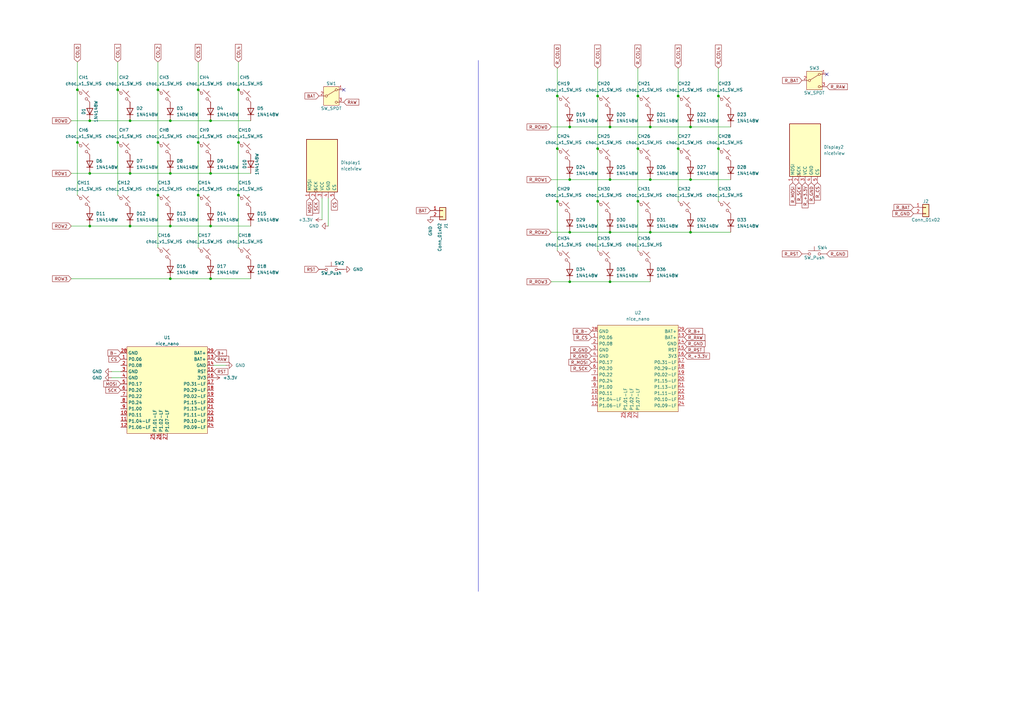
<source format=kicad_sch>
(kicad_sch (version 20250114) (generator "eeschema") (generator_version "9.0")
  (paper "A3")
  (junction (at 261.62 39.37))
  (junction (at 245.11 82.55))
  (junction (at 81.28 80.01))
  (junction (at 228.6 39.37))
  (junction (at 278.13 60.96))
  (junction (at 294.64 39.37))
  (junction (at 261.62 60.96))
  (junction (at 53.34 92.71))
  (junction (at 81.28 58.42))
  (junction (at 97.79 58.42))
  (junction (at 283.21 73.66))
  (junction (at 261.62 82.55))
  (junction (at 36.83 49.53))
  (junction (at 233.68 52.07))
  (junction (at 250.19 95.25))
  (junction (at 233.68 95.25))
  (junction (at 266.7 73.66))
  (junction (at 53.34 71.12))
  (junction (at 81.28 36.83))
  (junction (at 69.85 114.3))
  (junction (at 69.85 92.71))
  (junction (at 266.7 52.07))
  (junction (at 64.77 80.01))
  (junction (at 97.79 36.83))
  (junction (at 283.21 95.25))
  (junction (at 36.83 92.71))
  (junction (at 97.79 80.01))
  (junction (at 86.36 114.3))
  (junction (at 228.6 82.55))
  (junction (at 266.7 95.25))
  (junction (at 48.26 58.42))
  (junction (at 245.11 60.96))
  (junction (at 69.85 71.12))
  (junction (at 36.83 71.12))
  (junction (at 233.68 115.57))
  (junction (at 283.21 52.07))
  (junction (at 245.11 39.37))
  (junction (at 250.19 52.07))
  (junction (at 233.68 73.66))
  (junction (at 31.75 58.42))
  (junction (at 64.77 36.83))
  (junction (at 64.77 58.42))
  (junction (at 48.26 36.83))
  (junction (at 250.19 73.66))
  (junction (at 31.75 36.83))
  (junction (at 250.19 115.57))
  (junction (at 53.34 49.53))
  (junction (at 86.36 49.53))
  (junction (at 69.85 49.53))
  (junction (at 278.13 39.37))
  (junction (at 294.64 60.96))
  (junction (at 86.36 71.12))
  (junction (at 228.6 60.96))
  (junction (at 86.36 92.71))
  (no_connect (at 339.09 30.48))
  (no_connect (at 140.97 36.83))
  (wire (pts (xy 97.79 36.83) (xy 97.79 58.42)))
  (wire (pts (xy 283.21 52.07) (xy 299.72 52.07)))
  (wire (pts (xy 29.21 49.53) (xy 36.83 49.53)))
  (wire (pts (xy 294.64 27.94) (xy 294.64 39.37)))
  (wire (pts (xy 294.64 39.37) (xy 294.64 60.96)))
  (wire (pts (xy 278.13 27.94) (xy 278.13 39.37)))
  (wire (pts (xy 69.85 114.3) (xy 86.36 114.3)))
  (wire (pts (xy 64.77 36.83) (xy 64.77 58.42)))
  (wire (pts (xy 92.71 149.86) (xy 87.63 149.86)))
  (wire (pts (xy 250.19 52.07) (xy 266.7 52.07)))
  (wire (pts (xy 31.75 36.83) (xy 31.75 58.42)))
  (wire (pts (xy 86.36 92.71) (xy 102.87 92.71)))
  (wire (pts (xy 81.28 25.4) (xy 81.28 36.83)))
  (wire (pts (xy 283.21 73.66) (xy 299.72 73.66)))
  (wire (pts (xy 261.62 60.96) (xy 261.62 82.55)))
  (wire (pts (xy 261.62 39.37) (xy 261.62 60.96)))
  (wire (pts (xy 97.79 80.01) (xy 97.79 101.6)))
  (wire (pts (xy 64.77 80.01) (xy 64.77 101.6)))
  (wire (pts (xy 48.26 58.42) (xy 48.26 80.01)))
  (wire (pts (xy 81.28 80.01) (xy 81.28 101.6)))
  (wire (pts (xy 250.19 115.57) (xy 266.7 115.57)))
  (wire (pts (xy 29.21 114.3) (xy 69.85 114.3)))
  (wire (pts (xy 233.68 73.66) (xy 250.19 73.66)))
  (wire (pts (xy 36.83 92.71) (xy 53.34 92.71)))
  (wire (pts (xy 233.68 52.07) (xy 250.19 52.07)))
  (wire (pts (xy 278.13 60.96) (xy 278.13 82.55)))
  (wire (pts (xy 29.21 92.71) (xy 36.83 92.71)))
  (wire (pts (xy 132.08 90.17) (xy 132.08 81.28)))
  (wire (pts (xy 48.26 25.4) (xy 48.26 36.83)))
  (wire (pts (xy 266.7 73.66) (xy 283.21 73.66)))
  (wire (pts (xy 53.34 49.53) (xy 69.85 49.53)))
  (wire (pts (xy 245.11 27.94) (xy 245.11 39.37)))
  (wire (pts (xy 36.83 49.53) (xy 53.34 49.53)))
  (wire (pts (xy 250.19 73.66) (xy 266.7 73.66)))
  (wire (pts (xy 294.64 60.96) (xy 294.64 82.55)))
  (wire (pts (xy 266.7 95.25) (xy 283.21 95.25)))
  (wire (pts (xy 228.6 102.87) (xy 228.6 82.55)))
  (wire (pts (xy 226.06 95.25) (xy 233.68 95.25)))
  (wire (pts (xy 86.36 71.12) (xy 102.87 71.12)))
  (wire (pts (xy 228.6 60.96) (xy 228.6 82.55)))
  (wire (pts (xy 134.62 92.71) (xy 134.62 81.28)))
  (wire (pts (xy 245.11 39.37) (xy 245.11 60.96)))
  (wire (pts (xy 36.83 71.12) (xy 53.34 71.12)))
  (wire (pts (xy 278.13 39.37) (xy 278.13 60.96)))
  (wire (pts (xy 97.79 25.4) (xy 97.79 36.83)))
  (wire (pts (xy 86.36 114.3) (xy 102.87 114.3)))
  (wire (pts (xy 81.28 36.83) (xy 81.28 58.42)))
  (wire (pts (xy 266.7 52.07) (xy 283.21 52.07)))
  (wire (pts (xy 283.21 95.25) (xy 299.72 95.25)))
  (wire (pts (xy 245.11 102.87) (xy 245.11 82.55)))
  (wire (pts (xy 69.85 49.53) (xy 86.36 49.53)))
  (wire (pts (xy 228.6 39.37) (xy 228.6 60.96)))
  (wire (pts (xy 250.19 95.25) (xy 266.7 95.25)))
  (wire (pts (xy 226.06 52.07) (xy 233.68 52.07)))
  (wire (pts (xy 226.06 73.66) (xy 233.68 73.66)))
  (polyline (pts (xy 196.215 242.57) (xy 196.215 24.765)))
  (wire (pts (xy 81.28 58.42) (xy 81.28 80.01)))
  (wire (pts (xy 64.77 25.4) (xy 64.77 36.83)))
  (wire (pts (xy 69.85 71.12) (xy 86.36 71.12)))
  (wire (pts (xy 226.06 115.57) (xy 233.68 115.57)))
  (wire (pts (xy 69.85 92.71) (xy 86.36 92.71)))
  (wire (pts (xy 64.77 58.42) (xy 64.77 80.01)))
  (wire (pts (xy 31.75 58.42) (xy 31.75 80.01)))
  (wire (pts (xy 45.72 154.94) (xy 49.53 154.94)))
  (wire (pts (xy 53.34 71.12) (xy 69.85 71.12)))
  (wire (pts (xy 86.36 49.53) (xy 102.87 49.53)))
  (wire (pts (xy 261.62 27.94) (xy 261.62 39.37)))
  (wire (pts (xy 31.75 25.4) (xy 31.75 36.83)))
  (wire (pts (xy 245.11 60.96) (xy 245.11 82.55)))
  (wire (pts (xy 261.62 102.87) (xy 261.62 82.55)))
  (wire (pts (xy 53.34 92.71) (xy 69.85 92.71)))
  (wire (pts (xy 233.68 95.25) (xy 250.19 95.25)))
  (wire (pts (xy 97.79 58.42) (xy 97.79 80.01)))
  (wire (pts (xy 45.72 152.4) (xy 49.53 152.4)))
  (wire (pts (xy 48.26 36.83) (xy 48.26 58.42)))
  (wire (pts (xy 228.6 27.94) (xy 228.6 39.37)))
  (wire (pts (xy 29.21 71.12) (xy 36.83 71.12)))
  (wire (pts (xy 233.68 115.57) (xy 250.19 115.57)))
  (global_label "R_COL2" (shape input) (at 261.62 27.94 90) (property "Intersheetrefs" "${INTERSHEET_REFS}" (effects (hide yes))))
  (global_label "B-" (shape input) (at 49.53 144.78 180) (property "Intersheetrefs" "${INTERSHEET_REFS}" (effects (hide yes))))
  (global_label "R_RST" (shape input) (at 328.93 104.14 180) (property "Intersheetrefs" "${INTERSHEET_REFS}" (effects (hide yes))))
  (global_label "MOSI" (shape input) (at 127 81.28 270) (property "Intersheetrefs" "${INTERSHEET_REFS}" (effects (hide yes))))
  (global_label "R_RST" (shape input) (at 280.67 143.51 0) (property "Intersheetrefs" "${INTERSHEET_REFS}" (effects (hide yes))))
  (global_label "ROW0" (shape input) (at 29.21 49.53 180) (property "Intersheetrefs" "${INTERSHEET_REFS}" (effects (hide yes))))
  (global_label "R_CS" (shape input) (at 242.57 138.43 180) (property "Intersheetrefs" "${INTERSHEET_REFS}" (effects (hide yes))))
  (global_label "CS" (shape input) (at 49.53 147.32 180) (property "Intersheetrefs" "${INTERSHEET_REFS}" (effects (hide yes))))
  (global_label "RST" (shape input) (at 87.63 152.4 0) (property "Intersheetrefs" "${INTERSHEET_REFS}" (effects (hide yes))))
  (global_label "R_GND" (shape input) (at 280.67 140.97 0) (property "Intersheetrefs" "${INTERSHEET_REFS}" (effects (hide yes))))
  (global_label "R_ROW0" (shape input) (at 226.06 52.07 180) (property "Intersheetrefs" "${INTERSHEET_REFS}" (effects (hide yes))))
  (global_label "R_GND" (shape input) (at 339.09 104.14 0) (property "Intersheetrefs" "${INTERSHEET_REFS}" (effects (hide yes))))
  (global_label "R_GND" (shape input) (at 242.57 143.51 180) (property "Intersheetrefs" "${INTERSHEET_REFS}" (effects (hide yes))))
  (global_label "R_MOSI" (shape input) (at 325.12 74.93 270) (property "Intersheetrefs" "${INTERSHEET_REFS}" (effects (hide yes))))
  (global_label "R_B+" (shape input) (at 280.67 135.89 0) (property "Intersheetrefs" "${INTERSHEET_REFS}" (effects (hide yes))))
  (global_label "R_RAW" (shape input) (at 339.09 35.56 0) (property "Intersheetrefs" "${INTERSHEET_REFS}" (effects (hide yes))))
  (global_label "R_COL1" (shape input) (at 245.11 27.94 90) (property "Intersheetrefs" "${INTERSHEET_REFS}" (effects (hide yes))))
  (global_label "SCK" (shape input) (at 129.54 81.28 270) (property "Intersheetrefs" "${INTERSHEET_REFS}" (effects (hide yes))))
  (global_label "R_COL0" (shape input) (at 228.6 27.94 90) (property "Intersheetrefs" "${INTERSHEET_REFS}" (effects (hide yes))))
  (global_label "ROW2" (shape input) (at 29.21 92.71 180) (property "Intersheetrefs" "${INTERSHEET_REFS}" (effects (hide yes))))
  (global_label "R_GND" (shape input) (at 242.57 146.05 180) (property "Intersheetrefs" "${INTERSHEET_REFS}" (effects (hide yes))))
  (global_label "R_ROW1" (shape input) (at 226.06 73.66 180) (property "Intersheetrefs" "${INTERSHEET_REFS}" (effects (hide yes))))
  (global_label "COL4" (shape input) (at 97.79 25.4 90) (property "Intersheetrefs" "${INTERSHEET_REFS}" (effects (hide yes))))
  (global_label "BAT" (shape input) (at 176.53 86.36 180) (property "Intersheetrefs" "${INTERSHEET_REFS}" (effects (hide yes))))
  (global_label "B+" (shape input) (at 87.63 144.78 0) (property "Intersheetrefs" "${INTERSHEET_REFS}" (effects (hide yes))))
  (global_label "ROW1" (shape input) (at 29.21 71.12 180) (property "Intersheetrefs" "${INTERSHEET_REFS}" (effects (hide yes))))
  (global_label "RAW" (shape input) (at 87.63 147.32 0) (property "Intersheetrefs" "${INTERSHEET_REFS}" (effects (hide yes))))
  (global_label "RAW" (shape input) (at 140.97 41.91 0) (property "Intersheetrefs" "${INTERSHEET_REFS}" (effects (hide yes))))
  (global_label "R_COL4" (shape input) (at 294.64 27.94 90) (property "Intersheetrefs" "${INTERSHEET_REFS}" (effects (hide yes))))
  (global_label "COL1" (shape input) (at 48.26 25.4 90) (property "Intersheetrefs" "${INTERSHEET_REFS}" (effects (hide yes))))
  (global_label "CS" (shape input) (at 137.16 81.28 270) (property "Intersheetrefs" "${INTERSHEET_REFS}" (effects (hide yes))))
  (global_label "R_GND" (shape input) (at 332.74 74.93 270) (property "Intersheetrefs" "${INTERSHEET_REFS}" (effects (hide yes))))
  (global_label "R_MOSI" (shape input) (at 242.57 148.59 180) (property "Intersheetrefs" "${INTERSHEET_REFS}" (effects (hide yes))))
  (global_label "COL3" (shape input) (at 81.28 25.4 90) (property "Intersheetrefs" "${INTERSHEET_REFS}" (effects (hide yes))))
  (global_label "R_BAT" (shape input) (at 328.93 33.02 180) (property "Intersheetrefs" "${INTERSHEET_REFS}" (effects (hide yes))))
  (global_label "COL0" (shape input) (at 31.75 25.4 90) (property "Intersheetrefs" "${INTERSHEET_REFS}" (effects (hide yes))))
  (global_label "R_+3.3V" (shape input) (at 330.2 74.93 270) (property "Intersheetrefs" "${INTERSHEET_REFS}" (effects (hide yes))))
  (global_label "ROW3" (shape input) (at 29.21 114.3 180) (property "Intersheetrefs" "${INTERSHEET_REFS}" (effects (hide yes))))
  (global_label "R_SCK" (shape input) (at 242.57 151.13 180) (property "Intersheetrefs" "${INTERSHEET_REFS}" (effects (hide yes))))
  (global_label "MOSI" (shape input) (at 49.53 157.48 180) (property "Intersheetrefs" "${INTERSHEET_REFS}" (effects (hide yes))))
  (global_label "R_CS" (shape input) (at 335.28 74.93 270) (property "Intersheetrefs" "${INTERSHEET_REFS}" (effects (hide yes))))
  (global_label "R_+3.3V" (shape input) (at 280.67 146.05 0) (property "Intersheetrefs" "${INTERSHEET_REFS}" (effects (hide yes))))
  (global_label "BAT" (shape input) (at 130.81 39.37 180) (property "Intersheetrefs" "${INTERSHEET_REFS}" (effects (hide yes))))
  (global_label "COL2" (shape input) (at 64.77 25.4 90) (property "Intersheetrefs" "${INTERSHEET_REFS}" (effects (hide yes))))
  (global_label "R_ROW2" (shape input) (at 226.06 95.25 180) (property "Intersheetrefs" "${INTERSHEET_REFS}" (effects (hide yes))))
  (global_label "SCK" (shape input) (at 49.53 160.02 180) (property "Intersheetrefs" "${INTERSHEET_REFS}" (effects (hide yes))))
  (global_label "R_ROW3" (shape input) (at 226.06 115.57 180) (property "Intersheetrefs" "${INTERSHEET_REFS}" (effects (hide yes))))
  (global_label "R_GND" (shape input) (at 374.65 87.63 180) (property "Intersheetrefs" "${INTERSHEET_REFS}" (effects (hide yes))))
  (global_label "RST" (shape input) (at 130.81 110.49 180) (property "Intersheetrefs" "${INTERSHEET_REFS}" (effects (hide yes))))
  (global_label "R_B-" (shape input) (at 242.57 135.89 180) (property "Intersheetrefs" "${INTERSHEET_REFS}" (effects (hide yes))))
  (global_label "R_SCK" (shape input) (at 327.66 74.93 270) (property "Intersheetrefs" "${INTERSHEET_REFS}" (effects (hide yes))))
  (global_label "R_BAT" (shape input) (at 374.65 85.09 180) (property "Intersheetrefs" "${INTERSHEET_REFS}" (effects (hide yes))))
  (global_label "R_COL3" (shape input) (at 278.13 27.94 90) (property "Intersheetrefs" "${INTERSHEET_REFS}" (effects (hide yes))))
  (global_label "R_RAW" (shape input) (at 280.67 138.43 0) (property "Intersheetrefs" "${INTERSHEET_REFS}" (effects (hide yes))))
  (symbol (lib_id "Diode:1N4148W") (at 233.68 69.85 90) (unit 1)
    (property "Reference" "D24" (at 236.22 68.5799 90) (effects (justify right)))
    (property "Value" "1N4148W" (at 236.22 71.1199 90) (effects (justify right)))
    (property "Footprint" "Diode_SMD:D_SOD-123" (effects (hide yes)))
    (property "Datasheet" "https://www.vishay.com/docs/85748/1n4148w.pdf" (effects (hide yes)))
    (property "Description" "75V 0.15A Fast Switching Diode, SOD-123" (effects (hide yes)))
    (property "Sim.Device" "D" (effects (hide yes)))
    (property "Sim.Pins" "1=K 2=A" (effects (hide yes)))
  )
  (symbol (lib_id "Diode:1N4148W") (at 53.34 45.72 90) (unit 1)
    (property "Reference" "D2" (at 55.88 44.4499 90) (effects (justify right)))
    (property "Value" "1N4148W" (at 55.88 46.9899 90) (effects (justify right)))
    (property "Footprint" "Diode_SMD:D_SOD-123" (effects (hide yes)))
    (property "Datasheet" "https://www.vishay.com/docs/85748/1n4148w.pdf" (effects (hide yes)))
    (property "Description" "75V 0.15A Fast Switching Diode, SOD-123" (effects (hide yes)))
    (property "Sim.Device" "D" (effects (hide yes)))
    (property "Sim.Pins" "1=K 2=A" (effects (hide yes)))
  )
  (symbol (lib_id "Switch:SW_Push") (at 334.01 104.14 0) (unit 1)
    (property "Reference" "SW4" (at 335.28 101.6 0) (effects (justify left)))
    (property "Value" "SW_Push" (at 334.01 105.664 0))
    (property "Footprint" "Button_Switch_SMD:SW_SPST_TL3305A" (effects (hide yes)))
    (property "Description" "Push button switch, generic, two pins" (effects (hide yes)))
  )
  (symbol (lib_id "Diode:1N4148W") (at 250.19 91.44 90) (unit 1)
    (property "Reference" "D30" (at 252.73 90.1699 90) (effects (justify right)))
    (property "Value" "1N4148W" (at 252.73 92.7099 90) (effects (justify right)))
    (property "Footprint" "Diode_SMD:D_SOD-123" (effects (hide yes)))
    (property "Datasheet" "https://www.vishay.com/docs/85748/1n4148w.pdf" (effects (hide yes)))
    (property "Description" "75V 0.15A Fast Switching Diode, SOD-123" (effects (hide yes)))
    (property "Sim.Device" "D" (effects (hide yes)))
    (property "Sim.Pins" "1=K 2=A" (effects (hide yes)))
  )
  (symbol (lib_id "PCM_marbastlib-choc:choc_v1_SW_HS_CPG135001S30") (at 100.33 104.14 0) (unit 1)
    (property "Reference" "CH18" (at 100.33 96.52 0))
    (property "Value" "choc_v1_SW_HS" (at 100.33 99.06 0))
    (property "Footprint" "PCM_marbastlib-choc:SW_choc_v1_HS_CPG135001S30_1u" (effects (hide yes)))
    (property "Description" "Push button switch, normally open, two pins, 45° tilted" (effects (hide yes)))
  )
  (symbol (lib_id "PCM_marbastlib-choc:choc_v1_SW_HS_CPG135001S30") (at 247.65 105.41 0) (unit 1)
    (property "Reference" "CH35" (at 247.65 97.79 0))
    (property "Value" "choc_v1_SW_HS" (at 247.65 100.33 0))
    (property "Footprint" "PCM_marbastlib-choc:SW_choc_v1_HS_CPG135001S30_1u" (effects (hide yes)))
    (property "Description" "Push button switch, normally open, two pins, 45° tilted" (effects (hide yes)))
  )
  (symbol (lib_id "power:GND") (at 45.72 152.4 270) (unit 1)
    (property "Reference" "#PWR8" (effects (hide yes)))
    (property "Value" "GND" (at 41.91 152.3999 90) (effects (justify right)))
    (property "Description" "Power symbol creates a global label with name \"GND\" , ground" (effects (hide yes)))
  )
  (symbol (lib_id "power:GND") (at 92.71 149.86 90) (unit 1)
    (property "Reference" "#PWR4" (effects (hide yes)))
    (property "Value" "GND" (at 96.52 149.8599 90) (effects (justify right)))
    (property "Description" "Power symbol creates a global label with name \"GND\" , ground" (effects (hide yes)))
  )
  (symbol (lib_id "PCM_marbastlib-choc:choc_v1_SW_HS_CPG135001S30") (at 50.8 39.37 0) (unit 1)
    (property "Reference" "CH2" (at 50.8 31.75 0))
    (property "Value" "choc_v1_SW_HS" (at 50.8 34.29 0))
    (property "Footprint" "PCM_marbastlib-choc:SW_choc_v1_HS_CPG135001S30_1u" (effects (hide yes)))
    (property "Description" "Push button switch, normally open, two pins, 45° tilted" (effects (hide yes)))
  )
  (symbol (lib_id "Diode:1N4148W") (at 250.19 69.85 90) (unit 1)
    (property "Reference" "D25" (at 252.73 68.5799 90) (effects (justify right)))
    (property "Value" "1N4148W" (at 252.73 71.1199 90) (effects (justify right)))
    (property "Footprint" "Diode_SMD:D_SOD-123" (effects (hide yes)))
    (property "Datasheet" "https://www.vishay.com/docs/85748/1n4148w.pdf" (effects (hide yes)))
    (property "Description" "75V 0.15A Fast Switching Diode, SOD-123" (effects (hide yes)))
    (property "Sim.Device" "D" (effects (hide yes)))
    (property "Sim.Pins" "1=K 2=A" (effects (hide yes)))
  )
  (symbol (lib_id "PCM_marbastlib-choc:choc_v1_SW_HS_CPG135001S30") (at 67.31 82.55 0) (unit 1)
    (property "Reference" "CH13" (at 67.31 74.93 0))
    (property "Value" "choc_v1_SW_HS" (at 67.31 77.47 0))
    (property "Footprint" "PCM_marbastlib-choc:SW_choc_v1_HS_CPG135001S30_1u" (effects (hide yes)))
    (property "Description" "Push button switch, normally open, two pins, 45° tilted" (effects (hide yes)))
  )
  (symbol (lib_id "PCM_marbastlib-choc:choc_v1_SW_HS_CPG135001S30") (at 50.8 60.96 0) (unit 1)
    (property "Reference" "CH7" (at 50.8 53.34 0))
    (property "Value" "choc_v1_SW_HS" (at 50.8 55.88 0))
    (property "Footprint" "PCM_marbastlib-choc:SW_choc_v1_HS_CPG135001S30_1u" (effects (hide yes)))
    (property "Description" "Push button switch, normally open, two pins, 45° tilted" (effects (hide yes)))
  )
  (symbol (lib_id "power:GND") (at 134.62 92.71 270) (unit 1)
    (property "Reference" "#PWR5" (effects (hide yes)))
    (property "Value" "GND" (at 130.81 92.7099 90) (effects (justify right)))
    (property "Description" "Power symbol creates a global label with name \"GND\" , ground" (effects (hide yes)))
  )
  (symbol (lib_id "PCM_marbastlib-choc:choc_v1_SW_HS_CPG135001S30") (at 280.67 41.91 0) (unit 1)
    (property "Reference" "CH22" (at 280.67 34.29 0))
    (property "Value" "choc_v1_SW_HS" (at 280.67 36.83 0))
    (property "Footprint" "PCM_marbastlib-choc:SW_choc_v1_HS_CPG135001S30_1u" (effects (hide yes)))
    (property "Description" "Push button switch, normally open, two pins, 45° tilted" (effects (hide yes)))
  )
  (symbol (lib_id "nice_view:nice!view") (at 330.2 62.23 0) (unit 1)
    (property "Reference" "Display2" (at 337.82 60.3249 0) (effects (justify left)))
    (property "Value" "nice!view" (at 337.82 62.8649 0) (effects (justify left)))
    (property "Footprint" "nice_view:nice_view" (effects (hide yes)))
    (property "Datasheet" "https://nicekeyboards.com/docs/nice-view/pinout-schematic" (effects (hide yes)))
    (property "Description" "Sharp LS011B7DH03 Memory in Pixel 160x68" (effects (hide yes)))
  )
  (symbol (lib_id "Diode:1N4148W") (at 250.19 48.26 90) (unit 1)
    (property "Reference" "D20" (at 252.73 46.9899 90) (effects (justify right)))
    (property "Value" "1N4148W" (at 252.73 49.5299 90) (effects (justify right)))
    (property "Footprint" "Diode_SMD:D_SOD-123" (effects (hide yes)))
    (property "Datasheet" "https://www.vishay.com/docs/85748/1n4148w.pdf" (effects (hide yes)))
    (property "Description" "75V 0.15A Fast Switching Diode, SOD-123" (effects (hide yes)))
    (property "Sim.Device" "D" (effects (hide yes)))
    (property "Sim.Pins" "1=K 2=A" (effects (hide yes)))
  )
  (symbol (lib_id "PCM_marbastlib-choc:choc_v1_SW_HS_CPG135001S30") (at 100.33 82.55 0) (unit 1)
    (property "Reference" "CH15" (at 100.33 74.93 0))
    (property "Value" "choc_v1_SW_HS" (at 100.33 77.47 0))
    (property "Footprint" "PCM_marbastlib-choc:SW_choc_v1_HS_CPG135001S30_1u" (effects (hide yes)))
    (property "Description" "Push button switch, normally open, two pins, 45° tilted" (effects (hide yes)))
  )
  (symbol (lib_id "Diode:1N4148W") (at 102.87 67.31 90) (unit 1)
    (property "Reference" "D10" (at 100.33 67.31 0))
    (property "Value" "1N4148W" (at 105.41 67.31 0))
    (property "Footprint" "Diode_SMD:D_SOD-123" (effects (hide yes)))
    (property "Datasheet" "https://www.vishay.com/docs/85748/1n4148w.pdf" (effects (hide yes)))
    (property "Description" "75V 0.15A Fast Switching Diode, SOD-123" (effects (hide yes)))
    (property "Sim.Device" "D" (effects (hide yes)))
    (property "Sim.Pins" "1=K 2=A" (effects (hide yes)))
  )
  (symbol (lib_id "PCM_marbastlib-choc:choc_v1_SW_HS_CPG135001S30") (at 231.14 63.5 0) (unit 1)
    (property "Reference" "CH24" (at 231.14 55.88 0))
    (property "Value" "choc_v1_SW_HS" (at 231.14 58.42 0))
    (property "Footprint" "PCM_marbastlib-choc:SW_choc_v1_HS_CPG135001S30_1u" (effects (hide yes)))
    (property "Description" "Push button switch, normally open, two pins, 45° tilted" (effects (hide yes)))
  )
  (symbol (lib_id "PCM_marbastlib-choc:choc_v1_SW_HS_CPG135001S30") (at 247.65 85.09 0) (unit 1)
    (property "Reference" "CH30" (at 247.65 77.47 0))
    (property "Value" "choc_v1_SW_HS" (at 247.65 80.01 0))
    (property "Footprint" "PCM_marbastlib-choc:SW_choc_v1_HS_CPG135001S30_1u" (effects (hide yes)))
    (property "Description" "Push button switch, normally open, two pins, 45° tilted" (effects (hide yes)))
  )
  (symbol (lib_id "PCM_marbastlib-choc:choc_v1_SW_HS_CPG135001S30") (at 264.16 41.91 0) (unit 1)
    (property "Reference" "CH21" (at 264.16 34.29 0))
    (property "Value" "choc_v1_SW_HS" (at 264.16 36.83 0))
    (property "Footprint" "PCM_marbastlib-choc:SW_choc_v1_HS_CPG135001S30_1u" (effects (hide yes)))
    (property "Description" "Push button switch, normally open, two pins, 45° tilted" (effects (hide yes)))
  )
  (symbol (lib_id "Diode:1N4148W") (at 283.21 91.44 90) (unit 1)
    (property "Reference" "D32" (at 285.75 90.1699 90) (effects (justify right)))
    (property "Value" "1N4148W" (at 285.75 92.7099 90) (effects (justify right)))
    (property "Footprint" "Diode_SMD:D_SOD-123" (effects (hide yes)))
    (property "Datasheet" "https://www.vishay.com/docs/85748/1n4148w.pdf" (effects (hide yes)))
    (property "Description" "75V 0.15A Fast Switching Diode, SOD-123" (effects (hide yes)))
    (property "Sim.Device" "D" (effects (hide yes)))
    (property "Sim.Pins" "1=K 2=A" (effects (hide yes)))
  )
  (symbol (lib_id "PCM_marbastlib-choc:choc_v1_SW_HS_CPG135001S30") (at 100.33 39.37 0) (unit 1)
    (property "Reference" "CH5" (at 100.33 31.75 0))
    (property "Value" "choc_v1_SW_HS" (at 100.33 34.29 0))
    (property "Footprint" "PCM_marbastlib-choc:SW_choc_v1_HS_CPG135001S30_1u" (effects (hide yes)))
    (property "Description" "Push button switch, normally open, two pins, 45° tilted" (effects (hide yes)))
  )
  (symbol (lib_id "PCM_marbastlib-choc:choc_v1_SW_HS_CPG135001S30") (at 297.18 63.5 0) (unit 1)
    (property "Reference" "CH28" (at 297.18 55.88 0))
    (property "Value" "choc_v1_SW_HS" (at 297.18 58.42 0))
    (property "Footprint" "PCM_marbastlib-choc:SW_choc_v1_HS_CPG135001S30_1u" (effects (hide yes)))
    (property "Description" "Push button switch, normally open, two pins, 45° tilted" (effects (hide yes)))
  )
  (symbol (lib_id "PCM_marbastlib-choc:choc_v1_SW_HS_CPG135001S30") (at 247.65 41.91 0) (unit 1)
    (property "Reference" "CH20" (at 247.65 34.29 0))
    (property "Value" "choc_v1_SW_HS" (at 247.65 36.83 0))
    (property "Footprint" "PCM_marbastlib-choc:SW_choc_v1_HS_CPG135001S30_1u" (effects (hide yes)))
    (property "Description" "Push button switch, normally open, two pins, 45° tilted" (effects (hide yes)))
  )
  (symbol (lib_id "PCM_marbastlib-choc:choc_v1_SW_HS_CPG135001S30") (at 264.16 105.41 0) (unit 1)
    (property "Reference" "CH36" (at 264.16 97.79 0))
    (property "Value" "choc_v1_SW_HS" (at 264.16 100.33 0))
    (property "Footprint" "PCM_marbastlib-choc:SW_choc_v1_HS_CPG135001S30_1u" (effects (hide yes)))
    (property "Description" "Push button switch, normally open, two pins, 45° tilted" (effects (hide yes)))
  )
  (symbol (lib_id "PCM_marbastlib-choc:choc_v1_SW_HS_CPG135001S30") (at 231.14 85.09 0) (unit 1)
    (property "Reference" "CH29" (at 231.14 77.47 0))
    (property "Value" "choc_v1_SW_HS" (at 231.14 80.01 0))
    (property "Footprint" "PCM_marbastlib-choc:SW_choc_v1_HS_CPG135001S30_1u" (effects (hide yes)))
    (property "Description" "Push button switch, normally open, two pins, 45° tilted" (effects (hide yes)))
  )
  (symbol (lib_id "PCM_marbastlib-choc:choc_v1_SW_HS_CPG135001S30") (at 280.67 63.5 0) (unit 1)
    (property "Reference" "CH27" (at 280.67 55.88 0))
    (property "Value" "choc_v1_SW_HS" (at 280.67 58.42 0))
    (property "Footprint" "PCM_marbastlib-choc:SW_choc_v1_HS_CPG135001S30_1u" (effects (hide yes)))
    (property "Description" "Push button switch, normally open, two pins, 45° tilted" (effects (hide yes)))
  )
  (symbol (lib_id "Diode:1N4148W") (at 283.21 48.26 90) (unit 1)
    (property "Reference" "D22" (at 285.75 46.9899 90) (effects (justify right)))
    (property "Value" "1N4148W" (at 285.75 49.5299 90) (effects (justify right)))
    (property "Footprint" "Diode_SMD:D_SOD-123" (effects (hide yes)))
    (property "Datasheet" "https://www.vishay.com/docs/85748/1n4148w.pdf" (effects (hide yes)))
    (property "Description" "75V 0.15A Fast Switching Diode, SOD-123" (effects (hide yes)))
    (property "Sim.Device" "D" (effects (hide yes)))
    (property "Sim.Pins" "1=K 2=A" (effects (hide yes)))
  )
  (symbol (lib_id "Diode:1N4148W") (at 299.72 48.26 90) (unit 1)
    (property "Reference" "D23" (at 302.26 46.9899 90) (effects (justify right)))
    (property "Value" "1N4148W" (at 302.26 49.5299 90) (effects (justify right)))
    (property "Footprint" "Diode_SMD:D_SOD-123" (effects (hide yes)))
    (property "Datasheet" "https://www.vishay.com/docs/85748/1n4148w.pdf" (effects (hide yes)))
    (property "Description" "75V 0.15A Fast Switching Diode, SOD-123" (effects (hide yes)))
    (property "Sim.Device" "D" (effects (hide yes)))
    (property "Sim.Pins" "1=K 2=A" (effects (hide yes)))
  )
  (symbol (lib_id "Diode:1N4148W") (at 299.72 91.44 90) (unit 1)
    (property "Reference" "D33" (at 302.26 90.1699 90) (effects (justify right)))
    (property "Value" "1N4148W" (at 302.26 92.7099 90) (effects (justify right)))
    (property "Footprint" "Diode_SMD:D_SOD-123" (effects (hide yes)))
    (property "Datasheet" "https://www.vishay.com/docs/85748/1n4148w.pdf" (effects (hide yes)))
    (property "Description" "75V 0.15A Fast Switching Diode, SOD-123" (effects (hide yes)))
    (property "Sim.Device" "D" (effects (hide yes)))
    (property "Sim.Pins" "1=K 2=A" (effects (hide yes)))
  )
  (symbol (lib_id "Diode:1N4148W") (at 86.36 110.49 90) (unit 1)
    (property "Reference" "D17" (at 88.9 109.2199 90) (effects (justify right)))
    (property "Value" "1N4148W" (at 88.9 111.7599 90) (effects (justify right)))
    (property "Footprint" "Diode_SMD:D_SOD-123" (effects (hide yes)))
    (property "Datasheet" "https://www.vishay.com/docs/85748/1n4148w.pdf" (effects (hide yes)))
    (property "Description" "75V 0.15A Fast Switching Diode, SOD-123" (effects (hide yes)))
    (property "Sim.Device" "D" (effects (hide yes)))
    (property "Sim.Pins" "1=K 2=A" (effects (hide yes)))
  )
  (symbol (lib_id "PCM_marbastlib-choc:choc_v1_SW_HS_CPG135001S30") (at 50.8 82.55 0) (unit 1)
    (property "Reference" "CH12" (at 50.8 74.93 0))
    (property "Value" "choc_v1_SW_HS" (at 50.8 77.47 0))
    (property "Footprint" "PCM_marbastlib-choc:SW_choc_v1_HS_CPG135001S30_1u" (effects (hide yes)))
    (property "Description" "Push button switch, normally open, two pins, 45° tilted" (effects (hide yes)))
  )
  (symbol (lib_id "Diode:1N4148W") (at 102.87 110.49 90) (unit 1)
    (property "Reference" "D18" (at 105.41 109.2199 90) (effects (justify right)))
    (property "Value" "1N4148W" (at 105.41 111.7599 90) (effects (justify right)))
    (property "Footprint" "Diode_SMD:D_SOD-123" (effects (hide yes)))
    (property "Datasheet" "https://www.vishay.com/docs/85748/1n4148w.pdf" (effects (hide yes)))
    (property "Description" "75V 0.15A Fast Switching Diode, SOD-123" (effects (hide yes)))
    (property "Sim.Device" "D" (effects (hide yes)))
    (property "Sim.Pins" "1=K 2=A" (effects (hide yes)))
  )
  (symbol (lib_id "Diode:1N4148W") (at 86.36 88.9 90) (unit 1)
    (property "Reference" "D14" (at 88.9 87.6299 90) (effects (justify right)))
    (property "Value" "1N4148W" (at 88.9 90.1699 90) (effects (justify right)))
    (property "Footprint" "Diode_SMD:D_SOD-123" (effects (hide yes)))
    (property "Datasheet" "https://www.vishay.com/docs/85748/1n4148w.pdf" (effects (hide yes)))
    (property "Description" "75V 0.15A Fast Switching Diode, SOD-123" (effects (hide yes)))
    (property "Sim.Device" "D" (effects (hide yes)))
    (property "Sim.Pins" "1=K 2=A" (effects (hide yes)))
  )
  (symbol (lib_id "Diode:1N4148W") (at 299.72 69.85 90) (unit 1)
    (property "Reference" "D28" (at 302.26 68.5799 90) (effects (justify right)))
    (property "Value" "1N4148W" (at 302.26 71.1199 90) (effects (justify right)))
    (property "Footprint" "Diode_SMD:D_SOD-123" (effects (hide yes)))
    (property "Datasheet" "https://www.vishay.com/docs/85748/1n4148w.pdf" (effects (hide yes)))
    (property "Description" "75V 0.15A Fast Switching Diode, SOD-123" (effects (hide yes)))
    (property "Sim.Device" "D" (effects (hide yes)))
    (property "Sim.Pins" "1=K 2=A" (effects (hide yes)))
  )
  (symbol (lib_id "Diode:1N4148W") (at 69.85 110.49 90) (unit 1)
    (property "Reference" "D16" (at 72.39 109.2199 90) (effects (justify right)))
    (property "Value" "1N4148W" (at 72.39 111.7599 90) (effects (justify right)))
    (property "Footprint" "Diode_SMD:D_SOD-123" (effects (hide yes)))
    (property "Datasheet" "https://www.vishay.com/docs/85748/1n4148w.pdf" (effects (hide yes)))
    (property "Description" "75V 0.15A Fast Switching Diode, SOD-123" (effects (hide yes)))
    (property "Sim.Device" "D" (effects (hide yes)))
    (property "Sim.Pins" "1=K 2=A" (effects (hide yes)))
  )
  (symbol (lib_id "Diode:1N4148W") (at 102.87 88.9 90) (unit 1)
    (property "Reference" "D15" (at 105.41 87.6299 90) (effects (justify right)))
    (property "Value" "1N4148W" (at 105.41 90.1699 90) (effects (justify right)))
    (property "Footprint" "Diode_SMD:D_SOD-123" (effects (hide yes)))
    (property "Datasheet" "https://www.vishay.com/docs/85748/1n4148w.pdf" (effects (hide yes)))
    (property "Description" "75V 0.15A Fast Switching Diode, SOD-123" (effects (hide yes)))
    (property "Sim.Device" "D" (effects (hide yes)))
    (property "Sim.Pins" "1=K 2=A" (effects (hide yes)))
  )
  (symbol (lib_id "PCM_marbastlib-choc:choc_v1_SW_HS_CPG135001S30") (at 34.29 60.96 0) (unit 1)
    (property "Reference" "CH6" (at 34.29 53.34 0))
    (property "Value" "choc_v1_SW_HS" (at 34.29 55.88 0))
    (property "Footprint" "PCM_marbastlib-choc:SW_choc_v1_HS_CPG135001S30_1u" (effects (hide yes)))
    (property "Description" "Push button switch, normally open, two pins, 45° tilted" (effects (hide yes)))
  )
  (symbol (lib_id "Diode:1N4148W") (at 86.36 45.72 90) (unit 1)
    (property "Reference" "D4" (at 88.9 44.4499 90) (effects (justify right)))
    (property "Value" "1N4148W" (at 88.9 46.9899 90) (effects (justify right)))
    (property "Footprint" "Diode_SMD:D_SOD-123" (effects (hide yes)))
    (property "Datasheet" "https://www.vishay.com/docs/85748/1n4148w.pdf" (effects (hide yes)))
    (property "Description" "75V 0.15A Fast Switching Diode, SOD-123" (effects (hide yes)))
    (property "Sim.Device" "D" (effects (hide yes)))
    (property "Sim.Pins" "1=K 2=A" (effects (hide yes)))
  )
  (symbol (lib_id "PCM_marbastlib-choc:choc_v1_SW_HS_CPG135001S30") (at 67.31 60.96 0) (unit 1)
    (property "Reference" "CH8" (at 67.31 53.34 0))
    (property "Value" "choc_v1_SW_HS" (at 67.31 55.88 0))
    (property "Footprint" "PCM_marbastlib-choc:SW_choc_v1_HS_CPG135001S30_1u" (effects (hide yes)))
    (property "Description" "Push button switch, normally open, two pins, 45° tilted" (effects (hide yes)))
  )
  (symbol (lib_id "Diode:1N4148W") (at 283.21 69.85 90) (unit 1)
    (property "Reference" "D27" (at 285.75 68.5799 90) (effects (justify right)))
    (property "Value" "1N4148W" (at 285.75 71.1199 90) (effects (justify right)))
    (property "Footprint" "Diode_SMD:D_SOD-123" (effects (hide yes)))
    (property "Datasheet" "https://www.vishay.com/docs/85748/1n4148w.pdf" (effects (hide yes)))
    (property "Description" "75V 0.15A Fast Switching Diode, SOD-123" (effects (hide yes)))
    (property "Sim.Device" "D" (effects (hide yes)))
    (property "Sim.Pins" "1=K 2=A" (effects (hide yes)))
  )
  (symbol (lib_id "PCM_marbastlib-promicroish:nice_nano") (at 261.62 152.4 0) (unit 1) (in_bom no)
    (property "Reference" "U2" (at 261.62 128.27 0))
    (property "Value" "nice_nano" (at 261.62 130.81 0))
    (property "Footprint" "PCM_marbastlib-xp-promicroish:nice_nano_AH_USBdn" (effects (hide yes)))
    (property "Datasheet" "https://nicekeyboards.com/docs/nice-nano/pinout-schematic" (effects (hide yes)))
    (property "Description" "Symbol for an nicekeyboards nice!nano" (effects (hide yes)))
  )
  (symbol (lib_id "PCM_marbastlib-choc:choc_v1_SW_HS_CPG135001S30") (at 297.18 41.91 0) (unit 1)
    (property "Reference" "CH23" (at 297.18 34.29 0))
    (property "Value" "choc_v1_SW_HS" (at 297.18 36.83 0))
    (property "Footprint" "PCM_marbastlib-choc:SW_choc_v1_HS_CPG135001S30_1u" (effects (hide yes)))
    (property "Description" "Push button switch, normally open, two pins, 45° tilted" (effects (hide yes)))
  )
  (symbol (lib_id "Diode:1N4148W") (at 53.34 88.9 90) (unit 1)
    (property "Reference" "D12" (at 55.88 87.6299 90) (effects (justify right)))
    (property "Value" "1N4148W" (at 55.88 90.1699 90) (effects (justify right)))
    (property "Footprint" "Diode_SMD:D_SOD-123" (effects (hide yes)))
    (property "Datasheet" "https://www.vishay.com/docs/85748/1n4148w.pdf" (effects (hide yes)))
    (property "Description" "75V 0.15A Fast Switching Diode, SOD-123" (effects (hide yes)))
    (property "Sim.Device" "D" (effects (hide yes)))
    (property "Sim.Pins" "1=K 2=A" (effects (hide yes)))
  )
  (symbol (lib_id "power:+3.3V") (at 132.08 90.17 90) (unit 1)
    (property "Reference" "#PWR013" (effects (hide yes)))
    (property "Value" "+3.3V" (at 128.27 90.1699 90) (effects (justify left)))
    (property "Description" "Power symbol creates a global label with name \"+3.3V\"" (effects (hide yes)))
  )
  (symbol (lib_id "PCM_marbastlib-choc:choc_v1_SW_HS_CPG135001S30") (at 34.29 39.37 0) (unit 1)
    (property "Reference" "CH1" (at 34.29 31.75 0))
    (property "Value" "choc_v1_SW_HS" (at 34.29 34.29 0))
    (property "Footprint" "PCM_marbastlib-choc:SW_choc_v1_HS_CPG135001S30_1u" (effects (hide yes)))
    (property "Description" "Push button switch, normally open, two pins, 45° tilted" (effects (hide yes)))
  )
  (symbol (lib_id "PCM_marbastlib-choc:choc_v1_SW_HS_CPG135001S30") (at 264.16 63.5 0) (unit 1)
    (property "Reference" "CH26" (at 264.16 55.88 0))
    (property "Value" "choc_v1_SW_HS" (at 264.16 58.42 0))
    (property "Footprint" "PCM_marbastlib-choc:SW_choc_v1_HS_CPG135001S30_1u" (effects (hide yes)))
    (property "Description" "Push button switch, normally open, two pins, 45° tilted" (effects (hide yes)))
  )
  (symbol (lib_id "Diode:1N4148W") (at 266.7 111.76 90) (unit 1)
    (property "Reference" "D36" (at 269.24 110.4899 90) (effects (justify right)))
    (property "Value" "1N4148W" (at 269.24 113.0299 90) (effects (justify right)))
    (property "Footprint" "Diode_SMD:D_SOD-123" (effects (hide yes)))
    (property "Datasheet" "https://www.vishay.com/docs/85748/1n4148w.pdf" (effects (hide yes)))
    (property "Description" "75V 0.15A Fast Switching Diode, SOD-123" (effects (hide yes)))
    (property "Sim.Device" "D" (effects (hide yes)))
    (property "Sim.Pins" "1=K 2=A" (effects (hide yes)))
  )
  (symbol (lib_id "Switch:SW_SPDT") (at 334.01 33.02 0) (unit 1)
    (property "Reference" "SW3" (at 334.01 27.94 0))
    (property "Value" "SW_SPDT" (at 334.01 38.1 0))
    (property "Footprint" "PCM_marbastlib-various:SW_MSK12C02-HB" (effects (hide yes)))
    (property "Description" "Switch, single pole double throw" (effects (hide yes)))
  )
  (symbol (lib_id "PCM_marbastlib-choc:choc_v1_SW_HS_CPG135001S30") (at 100.33 60.96 0) (unit 1)
    (property "Reference" "CH10" (at 100.33 53.34 0))
    (property "Value" "choc_v1_SW_HS" (at 100.33 55.88 0))
    (property "Footprint" "PCM_marbastlib-choc:SW_choc_v1_HS_CPG135001S30_1u" (effects (hide yes)))
    (property "Description" "Push button switch, normally open, two pins, 45° tilted" (effects (hide yes)))
  )
  (symbol (lib_id "Diode:1N4148W") (at 102.87 45.72 90) (unit 1)
    (property "Reference" "D5" (at 105.41 44.4499 90) (effects (justify right)))
    (property "Value" "1N4148W" (at 105.41 46.9899 90) (effects (justify right)))
    (property "Footprint" "Diode_SMD:D_SOD-123" (effects (hide yes)))
    (property "Datasheet" "https://www.vishay.com/docs/85748/1n4148w.pdf" (effects (hide yes)))
    (property "Description" "75V 0.15A Fast Switching Diode, SOD-123" (effects (hide yes)))
    (property "Sim.Device" "D" (effects (hide yes)))
    (property "Sim.Pins" "1=K 2=A" (effects (hide yes)))
  )
  (symbol (lib_id "PCM_marbastlib-choc:choc_v1_SW_HS_CPG135001S30") (at 83.82 60.96 0) (unit 1)
    (property "Reference" "CH9" (at 83.82 53.34 0))
    (property "Value" "choc_v1_SW_HS" (at 83.82 55.88 0))
    (property "Footprint" "PCM_marbastlib-choc:SW_choc_v1_HS_CPG135001S30_1u" (effects (hide yes)))
    (property "Description" "Push button switch, normally open, two pins, 45° tilted" (effects (hide yes)))
  )
  (symbol (lib_id "Diode:1N4148W") (at 36.83 88.9 90) (unit 1)
    (property "Reference" "D11" (at 39.37 87.6299 90) (effects (justify right)))
    (property "Value" "1N4148W" (at 39.37 90.1699 90) (effects (justify right)))
    (property "Footprint" "Diode_SMD:D_SOD-123" (effects (hide yes)))
    (property "Datasheet" "https://www.vishay.com/docs/85748/1n4148w.pdf" (effects (hide yes)))
    (property "Description" "75V 0.15A Fast Switching Diode, SOD-123" (effects (hide yes)))
    (property "Sim.Device" "D" (effects (hide yes)))
    (property "Sim.Pins" "1=K 2=A" (effects (hide yes)))
  )
  (symbol (lib_id "PCM_marbastlib-choc:choc_v1_SW_HS_CPG135001S30") (at 34.29 82.55 0) (unit 1)
    (property "Reference" "CH11" (at 34.29 74.93 0))
    (property "Value" "choc_v1_SW_HS" (at 34.29 77.47 0))
    (property "Footprint" "PCM_marbastlib-choc:SW_choc_v1_HS_CPG135001S30_1u" (effects (hide yes)))
    (property "Description" "Push button switch, normally open, two pins, 45° tilted" (effects (hide yes)))
  )
  (symbol (lib_id "Diode:1N4148W") (at 266.7 69.85 90) (unit 1)
    (property "Reference" "D26" (at 269.24 68.5799 90) (effects (justify right)))
    (property "Value" "1N4148W" (at 269.24 71.1199 90) (effects (justify right)))
    (property "Footprint" "Diode_SMD:D_SOD-123" (effects (hide yes)))
    (property "Datasheet" "https://www.vishay.com/docs/85748/1n4148w.pdf" (effects (hide yes)))
    (property "Description" "75V 0.15A Fast Switching Diode, SOD-123" (effects (hide yes)))
    (property "Sim.Device" "D" (effects (hide yes)))
    (property "Sim.Pins" "1=K 2=A" (effects (hide yes)))
  )
  (symbol (lib_id "Diode:1N4148W") (at 86.36 67.31 90) (unit 1)
    (property "Reference" "D9" (at 88.9 66.0399 90) (effects (justify right)))
    (property "Value" "1N4148W" (at 88.9 68.5799 90) (effects (justify right)))
    (property "Footprint" "Diode_SMD:D_SOD-123" (effects (hide yes)))
    (property "Datasheet" "https://www.vishay.com/docs/85748/1n4148w.pdf" (effects (hide yes)))
    (property "Description" "75V 0.15A Fast Switching Diode, SOD-123" (effects (hide yes)))
    (property "Sim.Device" "D" (effects (hide yes)))
    (property "Sim.Pins" "1=K 2=A" (effects (hide yes)))
  )
  (symbol (lib_id "Diode:1N4148W") (at 233.68 48.26 90) (unit 1)
    (property "Reference" "D19" (at 236.22 46.9899 90) (effects (justify right)))
    (property "Value" "1N4148W" (at 236.22 49.5299 90) (effects (justify right)))
    (property "Footprint" "Diode_SMD:D_SOD-123" (effects (hide yes)))
    (property "Datasheet" "https://www.vishay.com/docs/85748/1n4148w.pdf" (effects (hide yes)))
    (property "Description" "75V 0.15A Fast Switching Diode, SOD-123" (effects (hide yes)))
    (property "Sim.Device" "D" (effects (hide yes)))
    (property "Sim.Pins" "1=K 2=A" (effects (hide yes)))
  )
  (symbol (lib_id "Connector_Generic:Conn_01x02") (at 181.61 86.36 0) (unit 1)
    (property "Reference" "J1" (at 182.8801 91.44 90) (effects (justify right)))
    (property "Value" "Conn_01x02" (at 180.3401 91.44 90) (effects (justify right)))
    (property "Footprint" "Connector_JST:JST_PH_S2B-PH-K_1x02_P2.00mm_Horizontal" (effects (hide yes)))
    (property "Description" "Generic connector, single row, 01x02, script generated (kicad-library-utils/schlib/autogen/connector/)" (effects (hide yes)))
  )
  (symbol (lib_id "power:GND") (at 140.97 110.49 90) (unit 1)
    (property "Reference" "#PWR6" (effects (hide yes)))
    (property "Value" "GND" (at 144.78 110.4899 90) (effects (justify right)))
    (property "Description" "Power symbol creates a global label with name \"GND\" , ground" (effects (hide yes)))
  )
  (symbol (lib_id "Diode:1N4148W") (at 36.83 67.31 90) (unit 1)
    (property "Reference" "D6" (at 39.37 66.0399 90) (effects (justify right)))
    (property "Value" "1N4148W" (at 39.37 68.5799 90) (effects (justify right)))
    (property "Footprint" "Diode_SMD:D_SOD-123" (effects (hide yes)))
    (property "Datasheet" "https://www.vishay.com/docs/85748/1n4148w.pdf" (effects (hide yes)))
    (property "Description" "75V 0.15A Fast Switching Diode, SOD-123" (effects (hide yes)))
    (property "Sim.Device" "D" (effects (hide yes)))
    (property "Sim.Pins" "1=K 2=A" (effects (hide yes)))
  )
  (symbol (lib_id "Switch:SW_SPDT") (at 135.89 39.37 0) (unit 1)
    (property "Reference" "SW1" (at 135.89 34.29 0))
    (property "Value" "SW_SPDT" (at 135.89 44.45 0))
    (property "Footprint" "PCM_marbastlib-various:SW_MSK12C02-HB" (effects (hide yes)))
    (property "Description" "Switch, single pole double throw" (effects (hide yes)))
  )
  (symbol (lib_id "PCM_marbastlib-choc:choc_v1_SW_HS_CPG135001S30") (at 83.82 82.55 0) (unit 1)
    (property "Reference" "CH14" (at 83.82 74.93 0))
    (property "Value" "choc_v1_SW_HS" (at 83.82 77.47 0))
    (property "Footprint" "PCM_marbastlib-choc:SW_choc_v1_HS_CPG135001S30_1u" (effects (hide yes)))
    (property "Description" "Push button switch, normally open, two pins, 45° tilted" (effects (hide yes)))
  )
  (symbol (lib_id "Diode:1N4148W") (at 233.68 111.76 90) (unit 1)
    (property "Reference" "D34" (at 236.22 110.4899 90) (effects (justify right)))
    (property "Value" "1N4148W" (at 236.22 113.0299 90) (effects (justify right)))
    (property "Footprint" "Diode_SMD:D_SOD-123" (effects (hide yes)))
    (property "Datasheet" "https://www.vishay.com/docs/85748/1n4148w.pdf" (effects (hide yes)))
    (property "Description" "75V 0.15A Fast Switching Diode, SOD-123" (effects (hide yes)))
    (property "Sim.Device" "D" (effects (hide yes)))
    (property "Sim.Pins" "1=K 2=A" (effects (hide yes)))
  )
  (symbol (lib_id "PCM_marbastlib-choc:choc_v1_SW_HS_CPG135001S30") (at 247.65 63.5 0) (unit 1)
    (property "Reference" "CH25" (at 247.65 55.88 0))
    (property "Value" "choc_v1_SW_HS" (at 247.65 58.42 0))
    (property "Footprint" "PCM_marbastlib-choc:SW_choc_v1_HS_CPG135001S30_1u" (effects (hide yes)))
    (property "Description" "Push button switch, normally open, two pins, 45° tilted" (effects (hide yes)))
  )
  (symbol (lib_id "Diode:1N4148W") (at 250.19 111.76 90) (unit 1)
    (property "Reference" "D35" (at 252.73 110.4899 90) (effects (justify right)))
    (property "Value" "1N4148W" (at 252.73 113.0299 90) (effects (justify right)))
    (property "Footprint" "Diode_SMD:D_SOD-123" (effects (hide yes)))
    (property "Datasheet" "https://www.vishay.com/docs/85748/1n4148w.pdf" (effects (hide yes)))
    (property "Description" "75V 0.15A Fast Switching Diode, SOD-123" (effects (hide yes)))
    (property "Sim.Device" "D" (effects (hide yes)))
    (property "Sim.Pins" "1=K 2=A" (effects (hide yes)))
  )
  (symbol (lib_id "PCM_marbastlib-choc:choc_v1_SW_HS_CPG135001S30") (at 83.82 104.14 0) (unit 1)
    (property "Reference" "CH17" (at 83.82 96.52 0))
    (property "Value" "choc_v1_SW_HS" (at 83.82 99.06 0))
    (property "Footprint" "PCM_marbastlib-choc:SW_choc_v1_HS_CPG135001S30_1u" (effects (hide yes)))
    (property "Description" "Push button switch, normally open, two pins, 45° tilted" (effects (hide yes)))
  )
  (symbol (lib_id "PCM_marbastlib-choc:choc_v1_SW_HS_CPG135001S30") (at 83.82 39.37 0) (unit 1)
    (property "Reference" "CH4" (at 83.82 31.75 0))
    (property "Value" "choc_v1_SW_HS" (at 83.82 34.29 0))
    (property "Footprint" "PCM_marbastlib-choc:SW_choc_v1_HS_CPG135001S30_1u" (effects (hide yes)))
    (property "Description" "Push button switch, normally open, two pins, 45° tilted" (effects (hide yes)))
  )
  (symbol (lib_id "Switch:SW_Push") (at 135.89 110.49 0) (unit 1)
    (property "Reference" "SW2" (at 137.16 107.95 0) (effects (justify left)))
    (property "Value" "SW_Push" (at 135.89 112.014 0))
    (property "Footprint" "Button_Switch_SMD:SW_SPST_TL3305A" (effects (hide yes)))
    (property "Description" "Push button switch, generic, two pins" (effects (hide yes)))
  )
  (symbol (lib_id "Diode:1N4148W") (at 69.85 88.9 90) (unit 1)
    (property "Reference" "D13" (at 72.39 87.6299 90) (effects (justify right)))
    (property "Value" "1N4148W" (at 72.39 90.1699 90) (effects (justify right)))
    (property "Footprint" "Diode_SMD:D_SOD-123" (effects (hide yes)))
    (property "Datasheet" "https://www.vishay.com/docs/85748/1n4148w.pdf" (effects (hide yes)))
    (property "Description" "75V 0.15A Fast Switching Diode, SOD-123" (effects (hide yes)))
    (property "Sim.Device" "D" (effects (hide yes)))
    (property "Sim.Pins" "1=K 2=A" (effects (hide yes)))
  )
  (symbol (lib_id "Diode:1N4148W") (at 53.34 67.31 90) (unit 1)
    (property "Reference" "D7" (at 55.88 66.0399 90) (effects (justify right)))
    (property "Value" "1N4148W" (at 55.88 68.5799 90) (effects (justify right)))
    (property "Footprint" "Diode_SMD:D_SOD-123" (effects (hide yes)))
    (property "Datasheet" "https://www.vishay.com/docs/85748/1n4148w.pdf" (effects (hide yes)))
    (property "Description" "75V 0.15A Fast Switching Diode, SOD-123" (effects (hide yes)))
    (property "Sim.Device" "D" (effects (hide yes)))
    (property "Sim.Pins" "1=K 2=A" (effects (hide yes)))
  )
  (symbol (lib_id "Diode:1N4148W") (at 36.83 45.72 90) (unit 1)
    (property "Reference" "D1" (at 34.29 45.72 0))
    (property "Value" "1N4148W" (at 39.37 45.72 0))
    (property "Footprint" "Diode_SMD:D_SOD-123" (effects (hide yes)))
    (property "Datasheet" "https://www.vishay.com/docs/85748/1n4148w.pdf" (effects (hide yes)))
    (property "Description" "75V 0.15A Fast Switching Diode, SOD-123" (effects (hide yes)))
    (property "Sim.Device" "D" (effects (hide yes)))
    (property "Sim.Pins" "1=K 2=A" (effects (hide yes)))
  )
  (symbol (lib_id "Diode:1N4148W") (at 69.85 67.31 90) (unit 1)
    (property "Reference" "D8" (at 72.39 66.0399 90) (effects (justify right)))
    (property "Value" "1N4148W" (at 72.39 68.5799 90) (effects (justify right)))
    (property "Footprint" "Diode_SMD:D_SOD-123" (effects (hide yes)))
    (property "Datasheet" "https://www.vishay.com/docs/85748/1n4148w.pdf" (effects (hide yes)))
    (property "Description" "75V 0.15A Fast Switching Diode, SOD-123" (effects (hide yes)))
    (property "Sim.Device" "D" (effects (hide yes)))
    (property "Sim.Pins" "1=K 2=A" (effects (hide yes)))
  )
  (symbol (lib_id "power:GND") (at 176.53 88.9 0) (unit 1)
    (property "Reference" "#PWR015" (effects (hide yes)))
    (property "Value" "GND" (at 176.5301 92.71 90) (effects (justify right)))
    (property "Description" "Power symbol creates a global label with name \"GND\" , ground" (effects (hide yes)))
  )
  (symbol (lib_id "Connector_Generic:Conn_01x02") (at 379.73 85.09 0) (unit 1)
    (property "Reference" "J2" (at 379.73 82.55 0))
    (property "Value" "Conn_01x02" (at 379.73 90.17 0))
    (property "Footprint" "Connector_JST:JST_PH_S2B-PH-K_1x02_P2.00mm_Horizontal" (effects (hide yes)))
    (property "Description" "Generic connector, single row, 01x02, script generated (kicad-library-utils/schlib/autogen/connector/)" (effects (hide yes)))
  )
  (symbol (lib_id "PCM_marbastlib-promicroish:nice_nano") (at 68.58 161.29 0) (unit 1) (in_bom no)
    (property "Reference" "U1" (at 68.58 138.43 0))
    (property "Value" "nice_nano" (at 68.58 140.97 0))
    (property "Footprint" "PCM_marbastlib-xp-promicroish:nice_nano_AH_USBdn" (effects (hide yes)))
    (property "Datasheet" "https://nicekeyboards.com/docs/nice-nano/pinout-schematic" (effects (hide yes)))
    (property "Description" "Symbol for an nicekeyboards nice!nano" (effects (hide yes)))
  )
  (symbol (lib_id "nice_view:nice!view") (at 132.08 68.58 0) (unit 1)
    (property "Reference" "Display1" (at 139.7 66.6749 0) (effects (justify left)))
    (property "Value" "nice!view" (at 139.7 69.2149 0) (effects (justify left)))
    (property "Footprint" "nice_view:nice_view" (effects (hide yes)))
    (property "Datasheet" "https://nicekeyboards.com/docs/nice-view/pinout-schematic" (effects (hide yes)))
    (property "Description" "Sharp LS011B7DH03 Memory in Pixel 160x68" (effects (hide yes)))
  )
  (symbol (lib_id "PCM_marbastlib-choc:choc_v1_SW_HS_CPG135001S30") (at 280.67 85.09 0) (unit 1)
    (property "Reference" "CH32" (at 280.67 77.47 0))
    (property "Value" "choc_v1_SW_HS" (at 280.67 80.01 0))
    (property "Footprint" "PCM_marbastlib-choc:SW_choc_v1_HS_CPG135001S30_1u" (effects (hide yes)))
    (property "Description" "Push button switch, normally open, two pins, 45° tilted" (effects (hide yes)))
  )
  (symbol (lib_id "Diode:1N4148W") (at 69.85 45.72 90) (unit 1)
    (property "Reference" "D3" (at 72.39 44.4499 90) (effects (justify right)))
    (property "Value" "1N4148W" (at 72.39 46.9899 90) (effects (justify right)))
    (property "Footprint" "Diode_SMD:D_SOD-123" (effects (hide yes)))
    (property "Datasheet" "https://www.vishay.com/docs/85748/1n4148w.pdf" (effects (hide yes)))
    (property "Description" "75V 0.15A Fast Switching Diode, SOD-123" (effects (hide yes)))
    (property "Sim.Device" "D" (effects (hide yes)))
    (property "Sim.Pins" "1=K 2=A" (effects (hide yes)))
  )
  (symbol (lib_id "PCM_marbastlib-choc:choc_v1_SW_HS_CPG135001S30") (at 297.18 85.09 0) (unit 1)
    (property "Reference" "CH33" (at 297.18 77.47 0))
    (property "Value" "choc_v1_SW_HS" (at 297.18 80.01 0))
    (property "Footprint" "PCM_marbastlib-choc:SW_choc_v1_HS_CPG135001S30_1u" (effects (hide yes)))
    (property "Description" "Push button switch, normally open, two pins, 45° tilted" (effects (hide yes)))
  )
  (symbol (lib_id "power:GND") (at 45.72 154.94 270) (unit 1)
    (property "Reference" "#PWR9" (effects (hide yes)))
    (property "Value" "GND" (at 41.91 154.9399 90) (effects (justify right)))
    (property "Description" "Power symbol creates a global label with name \"GND\" , ground" (effects (hide yes)))
  )
  (symbol (lib_id "PCM_marbastlib-choc:choc_v1_SW_HS_CPG135001S30") (at 67.31 39.37 0) (unit 1)
    (property "Reference" "CH3" (at 67.31 31.75 0))
    (property "Value" "choc_v1_SW_HS" (at 67.31 34.29 0))
    (property "Footprint" "PCM_marbastlib-choc:SW_choc_v1_HS_CPG135001S30_1u" (effects (hide yes)))
    (property "Description" "Push button switch, normally open, two pins, 45° tilted" (effects (hide yes)))
  )
  (symbol (lib_id "Diode:1N4148W") (at 266.7 48.26 90) (unit 1)
    (property "Reference" "D21" (at 269.24 46.9899 90) (effects (justify right)))
    (property "Value" "1N4148W" (at 269.24 49.5299 90) (effects (justify right)))
    (property "Footprint" "Diode_SMD:D_SOD-123" (effects (hide yes)))
    (property "Datasheet" "https://www.vishay.com/docs/85748/1n4148w.pdf" (effects (hide yes)))
    (property "Description" "75V 0.15A Fast Switching Diode, SOD-123" (effects (hide yes)))
    (property "Sim.Device" "D" (effects (hide yes)))
    (property "Sim.Pins" "1=K 2=A" (effects (hide yes)))
  )
  (symbol (lib_id "PCM_marbastlib-choc:choc_v1_SW_HS_CPG135001S30") (at 264.16 85.09 0) (unit 1)
    (property "Reference" "CH31" (at 264.16 77.47 0))
    (property "Value" "choc_v1_SW_HS" (at 264.16 80.01 0))
    (property "Footprint" "PCM_marbastlib-choc:SW_choc_v1_HS_CPG135001S30_1u" (effects (hide yes)))
    (property "Description" "Push button switch, normally open, two pins, 45° tilted" (effects (hide yes)))
  )
  (symbol (lib_id "PCM_marbastlib-choc:choc_v1_SW_HS_CPG135001S30") (at 231.14 41.91 0) (unit 1)
    (property "Reference" "CH19" (at 231.14 34.29 0))
    (property "Value" "choc_v1_SW_HS" (at 231.14 36.83 0))
    (property "Footprint" "PCM_marbastlib-choc:SW_choc_v1_HS_CPG135001S30_1u" (effects (hide yes)))
    (property "Description" "Push button switch, normally open, two pins, 45° tilted" (effects (hide yes)))
  )
  (symbol (lib_id "PCM_marbastlib-choc:choc_v1_SW_HS_CPG135001S30") (at 231.14 105.41 0) (unit 1)
    (property "Reference" "CH34" (at 231.14 97.79 0))
    (property "Value" "choc_v1_SW_HS" (at 231.14 100.33 0))
    (property "Footprint" "PCM_marbastlib-choc:SW_choc_v1_HS_CPG135001S30_1u" (effects (hide yes)))
    (property "Description" "Push button switch, normally open, two pins, 45° tilted" (effects (hide yes)))
  )
  (symbol (lib_id "PCM_marbastlib-choc:choc_v1_SW_HS_CPG135001S30") (at 67.31 104.14 0) (unit 1)
    (property "Reference" "CH16" (at 67.31 96.52 0))
    (property "Value" "choc_v1_SW_HS" (at 67.31 99.06 0))
    (property "Footprint" "PCM_marbastlib-choc:SW_choc_v1_HS_CPG135001S30_1u" (effects (hide yes)))
    (property "Description" "Push button switch, normally open, two pins, 45° tilted" (effects (hide yes)))
  )
  (symbol (lib_id "Diode:1N4148W") (at 266.7 91.44 90) (unit 1)
    (property "Reference" "D31" (at 269.24 90.1699 90) (effects (justify right)))
    (property "Value" "1N4148W" (at 269.24 92.7099 90) (effects (justify right)))
    (property "Footprint" "Diode_SMD:D_SOD-123" (effects (hide yes)))
    (property "Datasheet" "https://www.vishay.com/docs/85748/1n4148w.pdf" (effects (hide yes)))
    (property "Description" "75V 0.15A Fast Switching Diode, SOD-123" (effects (hide yes)))
    (property "Sim.Device" "D" (effects (hide yes)))
    (property "Sim.Pins" "1=K 2=A" (effects (hide yes)))
  )
  (symbol (lib_id "Diode:1N4148W") (at 233.68 91.44 90) (unit 1)
    (property "Reference" "D29" (at 236.22 90.1699 90) (effects (justify right)))
    (property "Value" "1N4148W" (at 236.22 92.7099 90) (effects (justify right)))
    (property "Footprint" "Diode_SMD:D_SOD-123" (effects (hide yes)))
    (property "Datasheet" "https://www.vishay.com/docs/85748/1n4148w.pdf" (effects (hide yes)))
    (property "Description" "75V 0.15A Fast Switching Diode, SOD-123" (effects (hide yes)))
    (property "Sim.Device" "D" (effects (hide yes)))
    (property "Sim.Pins" "1=K 2=A" (effects (hide yes)))
  )
  (symbol (lib_id "power:+3.3V") (at 87.63 154.94 270) (unit 1)
    (property "Reference" "#PWR012" (effects (hide yes)))
    (property "Value" "+3.3V" (at 91.44 154.9399 90) (effects (justify left)))
    (property "Description" "Power symbol creates a global label with name \"+3.3V\"" (effects (hide yes)))
  )
)
</source>
